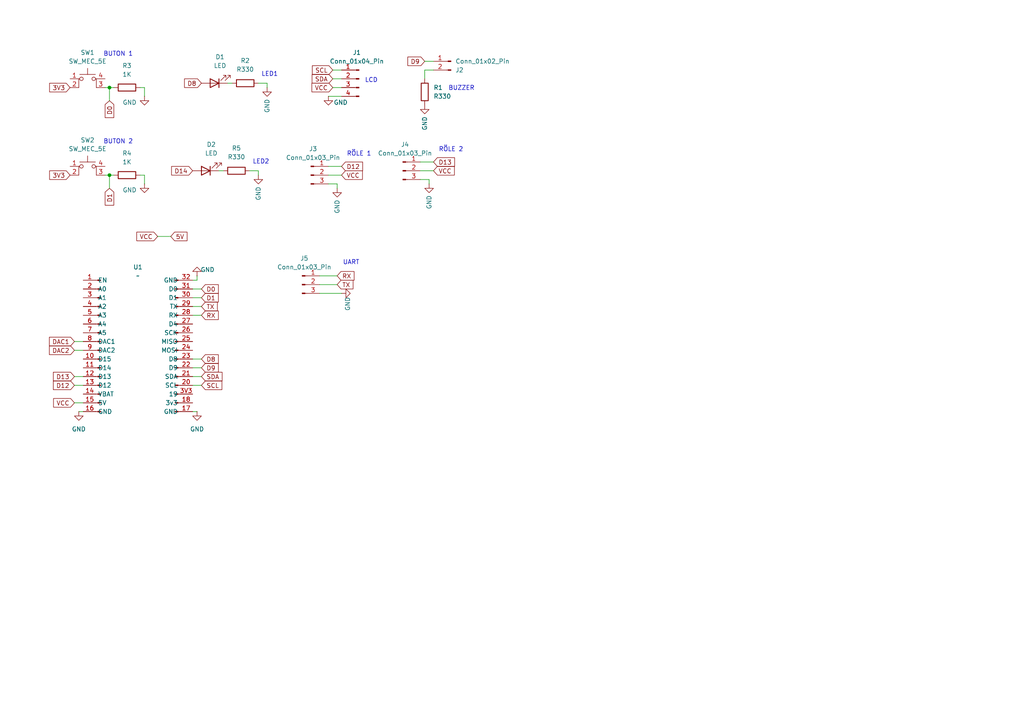
<source format=kicad_sch>
(kicad_sch (version 20231120) (generator "eeschema") (generator_version "8.0")
  (paper "A4")
  (lib_symbols
    (symbol "Connector:Conn_01x02_Pin" (pin_names (offset 1.016) hide)
      (property "Reference" "J" (at 0 2.54 0))
      (property "Value" "Conn_01x02_Pin" (at 0 -5.08 0))
      (symbol "Conn_01x02_Pin_1_1"
        (polyline (pts (xy 1.27 -2.54) (xy 0.8636 -2.54)) (stroke (width 0.1524)))
        (polyline (pts (xy 1.27 0) (xy 0.8636 0)) (stroke (width 0.1524)))
        (rectangle (start 0.8636 -2.413) (end 0 -2.667) (stroke (width 0.1524)) (fill (type outline)))
        (rectangle (start 0.8636 0.127) (end 0 -0.127) (stroke (width 0.1524)) (fill (type outline)))
        (pin passive line (at 5.08 0 180) (length 3.81) (name "Pin_1") (number "1"))
        (pin passive line (at 5.08 -2.54 180) (length 3.81) (name "Pin_2") (number "2"))
      )
    )
    (symbol "Connector:Conn_01x03_Pin" (pin_names (offset 1.016) hide)
      (property "Reference" "J" (at 0 5.08 0))
      (property "Value" "Conn_01x03_Pin" (at 0 -5.08 0))
      (symbol "Conn_01x03_Pin_1_1"
        (polyline (pts (xy 1.27 -2.54) (xy 0.8636 -2.54)) (stroke (width 0.1524)))
        (polyline (pts (xy 1.27 0) (xy 0.8636 0)) (stroke (width 0.1524)))
        (polyline (pts (xy 1.27 2.54) (xy 0.8636 2.54)) (stroke (width 0.1524)))
        (rectangle (start 0.8636 -2.413) (end 0 -2.667) (stroke (width 0.1524)) (fill (type outline)))
        (rectangle (start 0.8636 0.127) (end 0 -0.127) (stroke (width 0.1524)) (fill (type outline)))
        (rectangle (start 0.8636 2.667) (end 0 2.413) (stroke (width 0.1524)) (fill (type outline)))
        (pin passive line (at 5.08 2.54 180) (length 3.81) (name "Pin_1") (number "1"))
        (pin passive line (at 5.08 0 180) (length 3.81) (name "Pin_2") (number "2"))
        (pin passive line (at 5.08 -2.54 180) (length 3.81) (name "Pin_3") (number "3"))
      )
    )
    (symbol "Connector:Conn_01x04_Pin" (pin_names (offset 1.016) hide)
      (property "Reference" "J" (at 0 5.08 0))
      (property "Value" "Conn_01x04_Pin" (at 0 -7.62 0))
      (symbol "Conn_01x04_Pin_1_1"
        (polyline (pts (xy 1.27 -5.08) (xy 0.8636 -5.08)) (stroke (width 0.1524)))
        (polyline (pts (xy 1.27 -2.54) (xy 0.8636 -2.54)) (stroke (width 0.1524)))
        (polyline (pts (xy 1.27 0) (xy 0.8636 0)) (stroke (width 0.1524)))
        (polyline (pts (xy 1.27 2.54) (xy 0.8636 2.54)) (stroke (width 0.1524)))
        (rectangle (start 0.8636 -4.953) (end 0 -5.207) (stroke (width 0.1524)) (fill (type outline)))
        (rectangle (start 0.8636 -2.413) (end 0 -2.667) (stroke (width 0.1524)) (fill (type outline)))
        (rectangle (start 0.8636 0.127) (end 0 -0.127) (stroke (width 0.1524)) (fill (type outline)))
        (rectangle (start 0.8636 2.667) (end 0 2.413) (stroke (width 0.1524)) (fill (type outline)))
        (pin passive line (at 5.08 2.54 180) (length 3.81) (name "Pin_1") (number "1"))
        (pin passive line (at 5.08 0 180) (length 3.81) (name "Pin_2") (number "2"))
        (pin passive line (at 5.08 -2.54 180) (length 3.81) (name "Pin_3") (number "3"))
        (pin passive line (at 5.08 -5.08 180) (length 3.81) (name "Pin_4") (number "4"))
      )
    )
    (symbol "Device:LED" (pin_numbers hide) (pin_names (offset 1.016) hide)
      (property "Reference" "D" (at 0 2.54 0))
      (property "Value" "LED" (at 0 -2.54 0))
      (symbol "LED_0_1"
        (polyline (pts (xy -1.27 -1.27) (xy -1.27 1.27)) (stroke (width 0.254)))
        (polyline (pts (xy -1.27 0) (xy 1.27 0)))
        (polyline (pts (xy 1.27 -1.27) (xy 1.27 1.27) (xy -1.27 0) (xy 1.27 -1.27)) (stroke (width 0.254)))
        (polyline (pts (xy -3.048 -0.762) (xy -4.572 -2.286) (xy -3.81 -2.286) (xy -4.572 -2.286) (xy -4.572 -1.524)))
        (polyline (pts (xy -1.778 -0.762) (xy -3.302 -2.286) (xy -2.54 -2.286) (xy -3.302 -2.286) (xy -3.302 -1.524)))
      )
      (symbol "LED_1_1"
        (pin passive line (at -3.81 0 0) (length 2.54) (name "K") (number "1"))
        (pin passive line (at 3.81 0 180) (length 2.54) (name "A") (number "2"))
      )
    )
    (symbol "Device:R" (pin_numbers hide) (pin_names (offset 0))
      (property "Reference" "R" (at 2.032 0 90))
      (property "Value" "R" (at 0 0 90))
      (symbol "R_0_1"
        (rectangle (start -1.016 -2.54) (end 1.016 2.54) (stroke (width 0.254)))
      )
      (symbol "R_1_1"
        (pin passive line (at 0 3.81 270) (length 1.27) (name "~") (number "1"))
        (pin passive line (at 0 -3.81 90) (length 1.27) (name "~") (number "2"))
      )
    )
    (symbol "Switch:SW_MEC_5E" (pin_names (offset 1.016) hide)
      (property "Reference" "SW" (at 0.635 5.715 0))
      (property "Value" "SW_MEC_5E" (at 0 -3.175 0))
      (symbol "SW_MEC_5E_0_1"
        (circle (center -1.778 2.54) (radius 0.508))
        (polyline (pts (xy -2.286 3.81) (xy 2.286 3.81)))
        (polyline (pts (xy 0 3.81) (xy 0 5.588)))
        (polyline (pts (xy -2.54 0) (xy -2.54 2.54) (xy -2.286 2.54)))
        (polyline (pts (xy 2.54 0) (xy 2.54 2.54) (xy 2.286 2.54)))
        (circle (center 1.778 2.54) (radius 0.508))
        (pin passive line (at -5.08 2.54 0) (length 2.54) (name "1") (number "1"))
        (pin passive line (at -5.08 0 0) (length 2.54) (name "2") (number "2"))
        (pin passive line (at 5.08 0 180) (length 2.54) (name "K") (number "3"))
        (pin passive line (at 5.08 2.54 180) (length 2.54) (name "A") (number "4"))
      )
    )
    (symbol "deneyapkart:Deneyapkart"
      (property "Reference" "U" (at 0 0 0))
      (symbol "Deneyapkart_1_1"
        (rectangle (start -11.0236 -17.653) (end -10.16 -17.907) (stroke (width 0.1524)) (fill (type outline)))
        (rectangle (start -11.0236 -15.113) (end -10.16 -15.367) (stroke (width 0.1524)) (fill (type outline)))
        (rectangle (start -11.0236 -12.573) (end -10.16 -12.827) (stroke (width 0.1524)) (fill (type outline)))
        (rectangle (start -11.0236 -10.033) (end -10.16 -10.287) (stroke (width 0.1524)) (fill (type outline)))
        (rectangle (start -11.0236 -7.493) (end -10.16 -7.747) (stroke (width 0.1524)) (fill (type outline)))
        (rectangle (start -11.0236 -4.953) (end -10.16 -5.207) (stroke (width 0.1524)) (fill (type outline)))
        (rectangle (start -11.0236 -2.413) (end -10.16 -2.667) (stroke (width 0.1524)) (fill (type outline)))
        (rectangle (start -11.0236 0.127) (end -10.16 -0.127) (stroke (width 0.1524)) (fill (type outline)))
        (rectangle (start -11.0236 2.667) (end -10.16 2.413) (stroke (width 0.1524)) (fill (type outline)))
        (rectangle (start -11.0236 5.207) (end -10.16 4.953) (stroke (width 0.1524)) (fill (type outline)))
        (rectangle (start -11.0236 7.747) (end -10.16 7.493) (stroke (width 0.1524)) (fill (type outline)))
        (rectangle (start -11.0236 10.287) (end -10.16 10.033) (stroke (width 0.1524)) (fill (type outline)))
        (rectangle (start -11.0236 12.827) (end -10.16 12.573) (stroke (width 0.1524)) (fill (type outline)))
        (rectangle (start -11.0236 15.367) (end -10.16 15.113) (stroke (width 0.1524)) (fill (type outline)))
        (rectangle (start -11.0236 17.907) (end -10.16 17.653) (stroke (width 0.1524)) (fill (type outline)))
        (rectangle (start -11.0236 20.447) (end -10.16 20.193) (stroke (width 0.1524)) (fill (type outline)))
        (polyline (pts (xy -11.43 -17.78) (xy -11.0236 -17.78)) (stroke (width 0.1524)))
        (polyline (pts (xy -11.43 -15.24) (xy -11.0236 -15.24)) (stroke (width 0.1524)))
        (polyline (pts (xy -11.43 -12.7) (xy -11.0236 -12.7)) (stroke (width 0.1524)))
        (polyline (pts (xy -11.43 -10.16) (xy -11.0236 -10.16)) (stroke (width 0.1524)))
        (polyline (pts (xy -11.43 -7.62) (xy -11.0236 -7.62)) (stroke (width 0.1524)))
        (polyline (pts (xy -11.43 -5.08) (xy -11.0236 -5.08)) (stroke (width 0.1524)))
        (polyline (pts (xy -11.43 -2.54) (xy -11.0236 -2.54)) (stroke (width 0.1524)))
        (polyline (pts (xy -11.43 0) (xy -11.0236 0)) (stroke (width 0.1524)))
        (polyline (pts (xy -11.43 2.54) (xy -11.0236 2.54)) (stroke (width 0.1524)))
        (polyline (pts (xy -11.43 5.08) (xy -11.0236 5.08)) (stroke (width 0.1524)))
        (polyline (pts (xy -11.43 7.62) (xy -11.0236 7.62)) (stroke (width 0.1524)))
        (polyline (pts (xy -11.43 10.16) (xy -11.0236 10.16)) (stroke (width 0.1524)))
        (polyline (pts (xy -11.43 12.7) (xy -11.0236 12.7)) (stroke (width 0.1524)))
        (polyline (pts (xy -11.43 15.24) (xy -11.0236 15.24)) (stroke (width 0.1524)))
        (polyline (pts (xy -11.43 17.78) (xy -11.0236 17.78)) (stroke (width 0.1524)))
        (polyline (pts (xy -11.43 20.32) (xy -11.0236 20.32)) (stroke (width 0.1524)))
        (polyline (pts (xy 12.7 -17.78) (xy 12.2936 -17.78)) (stroke (width 0.1524)))
        (polyline (pts (xy 12.7 -15.24) (xy 12.2936 -15.24)) (stroke (width 0.1524)))
        (polyline (pts (xy 12.7 -12.7) (xy 12.2936 -12.7)) (stroke (width 0.1524)))
        (polyline (pts (xy 12.7 -10.16) (xy 12.2936 -10.16)) (stroke (width 0.1524)))
        (polyline (pts (xy 12.7 -7.62) (xy 12.2936 -7.62)) (stroke (width 0.1524)))
        (polyline (pts (xy 12.7 -5.08) (xy 12.2936 -5.08)) (stroke (width 0.1524)))
        (polyline (pts (xy 12.7 -2.54) (xy 12.2936 -2.54)) (stroke (width 0.1524)))
        (polyline (pts (xy 12.7 0) (xy 12.2936 0)) (stroke (width 0.1524)))
        (polyline (pts (xy 12.7 2.54) (xy 12.2936 2.54)) (stroke (width 0.1524)))
        (polyline (pts (xy 12.7 5.08) (xy 12.2936 5.08)) (stroke (width 0.1524)))
        (polyline (pts (xy 12.7 7.62) (xy 12.2936 7.62)) (stroke (width 0.1524)))
        (polyline (pts (xy 12.7 10.16) (xy 12.2936 10.16)) (stroke (width 0.1524)))
        (polyline (pts (xy 12.7 12.7) (xy 12.2936 12.7)) (stroke (width 0.1524)))
        (polyline (pts (xy 12.7 15.24) (xy 12.2936 15.24)) (stroke (width 0.1524)))
        (polyline (pts (xy 12.7 17.78) (xy 12.2936 17.78)) (stroke (width 0.1524)))
        (polyline (pts (xy 12.7 20.32) (xy 12.2936 20.32)) (stroke (width 0.1524)))
        (rectangle (start 12.2936 -17.653) (end 11.43 -17.907) (stroke (width 0.1524)) (fill (type outline)))
        (rectangle (start 12.2936 -15.113) (end 11.43 -15.367) (stroke (width 0.1524)) (fill (type outline)))
        (rectangle (start 12.2936 -12.573) (end 11.43 -12.827) (stroke (width 0.1524)) (fill (type outline)))
        (rectangle (start 12.2936 -10.033) (end 11.43 -10.287) (stroke (width 0.1524)) (fill (type outline)))
        (rectangle (start 12.2936 -7.493) (end 11.43 -7.747) (stroke (width 0.1524)) (fill (type outline)))
        (rectangle (start 12.2936 -4.953) (end 11.43 -5.207) (stroke (width 0.1524)) (fill (type outline)))
        (rectangle (start 12.2936 -2.413) (end 11.43 -2.667) (stroke (width 0.1524)) (fill (type outline)))
        (rectangle (start 12.2936 0.127) (end 11.43 -0.127) (stroke (width 0.1524)) (fill (type outline)))
        (rectangle (start 12.2936 2.667) (end 11.43 2.413) (stroke (width 0.1524)) (fill (type outline)))
        (rectangle (start 12.2936 5.207) (end 11.43 4.953) (stroke (width 0.1524)) (fill (type outline)))
        (rectangle (start 12.2936 7.747) (end 11.43 7.493) (stroke (width 0.1524)) (fill (type outline)))
        (rectangle (start 12.2936 10.287) (end 11.43 10.033) (stroke (width 0.1524)) (fill (type outline)))
        (rectangle (start 12.2936 12.827) (end 11.43 12.573) (stroke (width 0.1524)) (fill (type outline)))
        (rectangle (start 12.2936 15.367) (end 11.43 15.113) (stroke (width 0.1524)) (fill (type outline)))
        (rectangle (start 12.2936 17.907) (end 11.43 17.653) (stroke (width 0.1524)) (fill (type outline)))
        (rectangle (start 12.2936 20.447) (end 11.43 20.193) (stroke (width 0.1524)) (fill (type outline)))
        (pin passive line (at -15.24 20.32 0) (length 3.81) (name "EN") (number "1"))
        (pin passive line (at -15.24 -2.54 0) (length 3.81) (name "D15") (number "10"))
        (pin passive line (at -15.24 -5.08 0) (length 3.81) (name "D14") (number "11"))
        (pin passive line (at -15.24 -7.62 0) (length 3.81) (name "D13") (number "12"))
        (pin passive line (at -15.24 -10.16 0) (length 3.81) (name "D12") (number "13"))
        (pin passive line (at -15.24 -12.7 0) (length 3.81) (name "VBAT") (number "14"))
        (pin passive line (at -15.24 -15.24 0) (length 3.81) (name "5V") (number "15"))
        (pin passive line (at -15.24 -17.78 0) (length 3.81) (name "GND") (number "16"))
        (pin passive line (at 16.51 -17.78 180) (length 3.81) (name "GND") (number "17"))
        (pin passive line (at 16.51 -15.24 180) (length 3.81) (name "3v3") (number "18"))
        (pin passive line (at -15.24 17.78 0) (length 3.81) (name "A0") (number "2"))
        (pin passive line (at 16.51 -10.16 180) (length 3.81) (name "SCL") (number "20"))
        (pin passive line (at 16.51 -7.62 180) (length 3.81) (name "SDA") (number "21"))
        (pin passive line (at 16.51 -5.08 180) (length 3.81) (name "D9") (number "22"))
        (pin passive line (at 16.51 -2.54 180) (length 3.81) (name "D8") (number "23"))
        (pin passive line (at 16.51 0 180) (length 3.81) (name "MOSI") (number "24"))
        (pin passive line (at 16.51 2.54 180) (length 3.81) (name "MISO") (number "25"))
        (pin passive line (at 16.51 5.08 180) (length 3.81) (name "SCK") (number "26"))
        (pin passive line (at 16.51 7.62 180) (length 3.81) (name "D4") (number "27"))
        (pin passive line (at 16.51 10.16 180) (length 3.81) (name "RX") (number "28"))
        (pin passive line (at 16.51 12.7 180) (length 3.81) (name "TX") (number "29"))
        (pin passive line (at -15.24 15.24 0) (length 3.81) (name "A1") (number "3"))
        (pin passive line (at 16.51 15.24 180) (length 3.81) (name "D1") (number "30"))
        (pin passive line (at 16.51 17.78 180) (length 3.81) (name "D0") (number "31"))
        (pin passive line (at 16.51 20.32 180) (length 3.81) (name "GND") (number "32"))
        (pin passive line (at 16.51 -12.7 180) (length 3.81) (name "19") (number "3V3"))
        (pin passive line (at -15.24 12.7 0) (length 3.81) (name "A2") (number "4"))
        (pin passive line (at -15.24 10.16 0) (length 3.81) (name "A3") (number "5"))
        (pin passive line (at -15.24 7.62 0) (length 3.81) (name "A4") (number "6"))
        (pin passive line (at -15.24 5.08 0) (length 3.81) (name "A5") (number "7"))
        (pin passive line (at -15.24 2.54 0) (length 3.81) (name "DAC1") (number "8"))
        (pin passive line (at -15.24 0 0) (length 3.81) (name "DAC2") (number "9"))
      )
    )
    (symbol "power:GND" (power) (pin_numbers hide) (pin_names (offset 0) hide)
      (property "Value" "GND" (at 0 -3.81 0))
      (symbol "GND_0_1"
        (polyline (pts (xy 0 0) (xy 0 -1.27) (xy 1.27 -1.27) (xy 0 -2.54) (xy -1.27 -1.27) (xy 0 -1.27)))
      )
      (symbol "GND_1_1"
        (pin power_in line (at 0 0 270) (length 0) (name "~") (number "1"))
      )
    )
  )
  (junction (at 31.75 25.4))
  (junction (at 31.75 50.8))
  (wire (pts (xy 31.75 50.8) (xy 33.02 50.8)))
  (wire (pts (xy 124.46 52.07) (xy 124.46 53.34)))
  (wire (pts (xy 92.71 80.01) (xy 97.79 80.01)))
  (wire (pts (xy 58.42 91.44) (xy 55.88 91.44)))
  (wire (pts (xy 95.25 50.8) (xy 99.06 50.8)))
  (wire (pts (xy 125.73 20.32) (xy 123.19 20.32)))
  (wire (pts (xy 30.48 50.8) (xy 31.75 50.8)))
  (wire (pts (xy 31.75 29.21) (xy 31.75 25.4)))
  (wire (pts (xy 55.88 106.68) (xy 58.42 106.68)))
  (wire (pts (xy 74.93 24.13) (xy 77.47 24.13)))
  (wire (pts (xy 58.42 86.36) (xy 55.88 86.36)))
  (wire (pts (xy 55.88 81.28) (xy 57.15 81.28)))
  (wire (pts (xy 41.91 50.8) (xy 41.91 53.34)))
  (wire (pts (xy 21.59 109.22) (xy 24.13 109.22)))
  (wire (pts (xy 49.53 68.58) (xy 45.72 68.58)))
  (wire (pts (xy 123.19 17.78) (xy 125.73 17.78)))
  (wire (pts (xy 31.75 25.4) (xy 33.02 25.4)))
  (wire (pts (xy 40.64 50.8) (xy 41.91 50.8)))
  (wire (pts (xy 55.88 88.9) (xy 58.42 88.9)))
  (wire (pts (xy 95.25 48.26) (xy 99.06 48.26)))
  (wire (pts (xy 30.48 25.4) (xy 31.75 25.4)))
  (wire (pts (xy 99.06 25.4) (xy 96.52 25.4)))
  (wire (pts (xy 21.59 116.84) (xy 24.13 116.84)))
  (wire (pts (xy 121.92 46.99) (xy 125.73 46.99)))
  (wire (pts (xy 21.59 101.6) (xy 24.13 101.6)))
  (wire (pts (xy 66.04 24.13) (xy 67.31 24.13)))
  (wire (pts (xy 123.19 20.32) (xy 123.19 22.86)))
  (wire (pts (xy 99.06 20.32) (xy 96.52 20.32)))
  (wire (pts (xy 77.47 24.13) (xy 77.47 25.4)))
  (wire (pts (xy 97.79 53.34) (xy 97.79 54.61)))
  (wire (pts (xy 92.71 85.09) (xy 99.06 85.09)))
  (wire (pts (xy 55.88 104.14) (xy 58.42 104.14)))
  (wire (pts (xy 63.5 49.53) (xy 64.77 49.53)))
  (wire (pts (xy 92.71 82.55) (xy 97.79 82.55)))
  (wire (pts (xy 57.15 119.38) (xy 55.88 119.38)))
  (wire (pts (xy 58.42 111.76) (xy 55.88 111.76)))
  (wire (pts (xy 55.88 109.22) (xy 58.42 109.22)))
  (wire (pts (xy 55.88 83.82) (xy 58.42 83.82)))
  (wire (pts (xy 74.93 49.53) (xy 74.93 50.8)))
  (wire (pts (xy 99.06 22.86) (xy 96.52 22.86)))
  (wire (pts (xy 31.75 54.61) (xy 31.75 50.8)))
  (wire (pts (xy 21.59 99.06) (xy 24.13 99.06)))
  (wire (pts (xy 41.91 25.4) (xy 41.91 27.94)))
  (wire (pts (xy 121.92 52.07) (xy 124.46 52.07)))
  (wire (pts (xy 95.25 53.34) (xy 97.79 53.34)))
  (wire (pts (xy 57.15 80.01) (xy 57.15 81.28)))
  (wire (pts (xy 40.64 25.4) (xy 41.91 25.4)))
  (wire (pts (xy 99.06 27.94) (xy 95.25 27.94)))
  (wire (pts (xy 22.86 119.38) (xy 24.13 119.38)))
  (wire (pts (xy 121.92 49.53) (xy 125.73 49.53)))
  (wire (pts (xy 21.59 111.76) (xy 24.13 111.76)))
  (wire (pts (xy 72.39 49.53) (xy 74.93 49.53)))
  (text "LED1\n" (at 78.232 21.59 0) (effects (font (size 1.27 1.27))))
  (text "UART" (at 101.854 76.2 0) (effects (font (size 1.27 1.27))))
  (text "LCD" (at 107.696 23.368 0) (effects (font (size 1.27 1.27))))
  (text "BUTON 2" (at 34.29 41.148 0) (effects (font (size 1.27 1.27))))
  (text "RÖLE 2" (at 130.81 43.434 0) (effects (font (size 1.27 1.27))))
  (text "RÖLE 1" (at 104.14 44.704 0) (effects (font (size 1.27 1.27))))
  (text "BUZZER\n" (at 133.858 25.654 0) (effects (font (size 1.27 1.27))))
  (text "LED2\n" (at 75.692 46.99 0) (effects (font (size 1.27 1.27))))
  (text "BUTON 1" (at 34.29 15.748 0) (effects (font (size 1.27 1.27))))
  (global_label "VCC" (shape input) (at 45.72 68.58 180) (property "Intersheetrefs" "${INTERSHEET_REFS}" (effects (hide yes))))
  (global_label "VCC" (shape input) (at 21.59 116.84 180) (property "Intersheetrefs" "${INTERSHEET_REFS}" (effects (hide yes))))
  (global_label "VCC" (shape input) (at 125.73 49.53 0) (property "Intersheetrefs" "${INTERSHEET_REFS}" (effects (hide yes))))
  (global_label "D0" (shape input) (at 31.75 29.21 270) (property "Intersheetrefs" "${INTERSHEET_REFS}" (effects (hide yes))))
  (global_label "3V3" (shape input) (at 20.32 50.8 180) (property "Intersheetrefs" "${INTERSHEET_REFS}" (effects (hide yes))))
  (global_label "D12" (shape input) (at 99.06 48.26 0) (property "Intersheetrefs" "${INTERSHEET_REFS}" (effects (hide yes))))
  (global_label "D1" (shape input) (at 31.75 54.61 270) (property "Intersheetrefs" "${INTERSHEET_REFS}" (effects (hide yes))))
  (global_label "DAC2" (shape input) (at 21.59 101.6 180) (property "Intersheetrefs" "${INTERSHEET_REFS}" (effects (hide yes))))
  (global_label "RX" (shape input) (at 97.79 80.01 0) (property "Intersheetrefs" "${INTERSHEET_REFS}" (effects (hide yes))))
  (global_label "SDA" (shape input) (at 58.42 109.22 0) (property "Intersheetrefs" "${INTERSHEET_REFS}" (effects (hide yes))))
  (global_label "D12" (shape input) (at 21.59 111.76 180) (property "Intersheetrefs" "${INTERSHEET_REFS}" (effects (hide yes))))
  (global_label "D1" (shape input) (at 58.42 86.36 0) (property "Intersheetrefs" "${INTERSHEET_REFS}" (effects (hide yes))))
  (global_label "D9" (shape input) (at 123.19 17.78 180) (property "Intersheetrefs" "${INTERSHEET_REFS}" (effects (hide yes))))
  (global_label "SCL" (shape input) (at 58.42 111.76 0) (property "Intersheetrefs" "${INTERSHEET_REFS}" (effects (hide yes))))
  (global_label "RX" (shape input) (at 58.42 91.44 0) (property "Intersheetrefs" "${INTERSHEET_REFS}" (effects (hide yes))))
  (global_label "D8" (shape input) (at 58.42 104.14 0) (property "Intersheetrefs" "${INTERSHEET_REFS}" (effects (hide yes))))
  (global_label "D13" (shape input) (at 125.73 46.99 0) (property "Intersheetrefs" "${INTERSHEET_REFS}" (effects (hide yes))))
  (global_label "3V3" (shape input) (at 20.32 25.4 180) (property "Intersheetrefs" "${INTERSHEET_REFS}" (effects (hide yes))))
  (global_label "SCL" (shape input) (at 96.52 20.32 180) (property "Intersheetrefs" "${INTERSHEET_REFS}" (effects (hide yes))))
  (global_label "SDA" (shape input) (at 96.52 22.86 180) (property "Intersheetrefs" "${INTERSHEET_REFS}" (effects (hide yes))))
  (global_label "DAC1" (shape input) (at 21.59 99.06 180) (property "Intersheetrefs" "${INTERSHEET_REFS}" (effects (hide yes))))
  (global_label "D14" (shape input) (at 55.88 49.53 180) (property "Intersheetrefs" "${INTERSHEET_REFS}" (effects (hide yes))))
  (global_label "VCC" (shape input) (at 99.06 50.8 0) (property "Intersheetrefs" "${INTERSHEET_REFS}" (effects (hide yes))))
  (global_label "TX" (shape input) (at 97.79 82.55 0) (property "Intersheetrefs" "${INTERSHEET_REFS}" (effects (hide yes))))
  (global_label "D9" (shape input) (at 58.42 106.68 0) (property "Intersheetrefs" "${INTERSHEET_REFS}" (effects (hide yes))))
  (global_label "D8" (shape input) (at 58.42 24.13 180) (property "Intersheetrefs" "${INTERSHEET_REFS}" (effects (hide yes))))
  (global_label "D13" (shape input) (at 21.59 109.22 180) (property "Intersheetrefs" "${INTERSHEET_REFS}" (effects (hide yes))))
  (global_label "D0" (shape input) (at 58.42 83.82 0) (property "Intersheetrefs" "${INTERSHEET_REFS}" (effects (hide yes))))
  (global_label "5V" (shape input) (at 49.53 68.58 0) (property "Intersheetrefs" "${INTERSHEET_REFS}" (effects (hide yes))))
  (global_label "TX" (shape input) (at 58.42 88.9 0) (property "Intersheetrefs" "${INTERSHEET_REFS}" (effects (hide yes))))
  (global_label "VCC" (shape input) (at 96.52 25.4 180) (property "Intersheetrefs" "${INTERSHEET_REFS}" (effects (hide yes))))
  (symbol (lib_id "Switch:SW_MEC_5E") (at 25.4 25.4 0) (unit 1)
    (property "Reference" "SW1" (at 25.4 15.24 0))
    (property "Value" "SW_MEC_5E" (at 25.4 17.78 0))
    (property "Footprint" "Button_Switch_THT:SW_Tactile_Straight_KSA0Axx1LFTR" (effects (hide yes)))
    (property "Datasheet" "http://www.apem.com/int/index.php?controller=attachment&id_attachment=1371" (effects (hide yes)))
    (property "Description" "MEC 5E single pole normally-open tactile switch" (effects (hide yes)))
  )
  (symbol (lib_id "Device:LED") (at 62.23 24.13 180) (unit 1)
    (property "Reference" "D1" (at 63.8175 16.51 0))
    (property "Value" "LED" (at 63.8175 19.05 0))
    (property "Footprint" "LED_THT:LED_D3.0mm" (effects (hide yes)))
    (property "Description" "Light emitting diode" (effects (hide yes)))
  )
  (symbol (lib_id "power:GND") (at 41.91 53.34 0) (unit 1)
    (property "Reference" "#PWR08" (effects (hide yes)))
    (property "Value" "GND" (at 37.592 55.118 0))
    (property "Description" "Power symbol creates a global label with name \"GND\" , ground" (effects (hide yes)))
  )
  (symbol (lib_id "deneyapkart:Deneyapkart") (at 39.37 101.6 0) (unit 1)
    (property "Reference" "U1" (at 40.005 77.47 0))
    (property "Value" "~" (at 40.005 80.01 0))
    (property "Footprint" "deneyapkart:deneyapkart" (effects (hide yes)))
  )
  (symbol (lib_id "Connector:Conn_01x03_Pin") (at 116.84 49.53 0) (unit 1)
    (property "Reference" "J4" (at 117.475 41.91 0))
    (property "Value" "Conn_01x03_Pin" (at 117.475 44.45 0))
    (property "Footprint" "TerminalBlock_4Ucon:TerminalBlock_4Ucon_1x03_P3.50mm_Horizontal" (effects (hide yes)))
    (property "Description" "Generic connector, single row, 01x03, script generated" (effects (hide yes)))
  )
  (symbol (lib_id "Connector:Conn_01x03_Pin") (at 87.63 82.55 0) (unit 1)
    (property "Reference" "J5" (at 88.265 74.93 0))
    (property "Value" "Conn_01x03_Pin" (at 88.265 77.47 0))
    (property "Footprint" "TerminalBlock_4Ucon:TerminalBlock_4Ucon_1x03_P3.50mm_Horizontal" (effects (hide yes)))
    (property "Description" "Generic connector, single row, 01x03, script generated" (effects (hide yes)))
  )
  (symbol (lib_id "power:GND") (at 99.06 85.09 90) (unit 1)
    (property "Reference" "#PWR011" (effects (hide yes)))
    (property "Value" "GND" (at 100.838 88.138 0))
    (property "Description" "Power symbol creates a global label with name \"GND\" , ground" (effects (hide yes)))
  )
  (symbol (lib_id "power:GND") (at 123.19 30.48 0) (unit 1)
    (property "Reference" "#PWR05" (effects (hide yes)))
    (property "Value" "GND" (at 123.19 35.814 90))
    (property "Description" "Power symbol creates a global label with name \"GND\" , ground" (effects (hide yes)))
  )
  (symbol (lib_id "Device:R") (at 36.83 25.4 90) (unit 1)
    (property "Reference" "R3" (at 36.83 19.05 90))
    (property "Value" "1K" (at 36.83 21.59 90))
    (property "Footprint" "Resistor_THT:R_Axial_DIN0204_L3.6mm_D1.6mm_P5.08mm_Horizontal" (effects (hide yes)))
    (property "Description" "Resistor" (effects (hide yes)))
  )
  (symbol (lib_id "Connector:Conn_01x02_Pin") (at 130.81 17.78 0) (mirror y) (unit 1)
    (property "Reference" "J2" (at 132.08 20.3201 0) (effects (justify right)))
    (property "Value" "Conn_01x02_Pin" (at 132.08 17.7801 0) (effects (justify right)))
    (property "Footprint" "TerminalBlock_4Ucon:TerminalBlock_4Ucon_1x02_P3.50mm_Horizontal" (effects (hide yes)))
    (property "Description" "Generic connector, single row, 01x02, script generated" (effects (hide yes)))
  )
  (symbol (lib_id "power:GND") (at 41.91 27.94 0) (unit 1)
    (property "Reference" "#PWR07" (effects (hide yes)))
    (property "Value" "GND" (at 37.592 29.718 0))
    (property "Description" "Power symbol creates a global label with name \"GND\" , ground" (effects (hide yes)))
  )
  (symbol (lib_id "power:GND") (at 74.93 50.8 0) (unit 1)
    (property "Reference" "#PWR012" (effects (hide yes)))
    (property "Value" "GND" (at 74.93 56.134 90))
    (property "Description" "Power symbol creates a global label with name \"GND\" , ground" (effects (hide yes)))
  )
  (symbol (lib_id "Device:LED") (at 59.69 49.53 180) (unit 1)
    (property "Reference" "D2" (at 61.2775 41.91 0))
    (property "Value" "LED" (at 61.2775 44.45 0))
    (property "Footprint" "LED_THT:LED_D3.0mm" (effects (hide yes)))
    (property "Description" "Light emitting diode" (effects (hide yes)))
  )
  (symbol (lib_id "Device:R") (at 71.12 24.13 90) (unit 1)
    (property "Reference" "R2" (at 71.12 17.5872 90))
    (property "Value" "R330" (at 71.12 20.1272 90))
    (property "Footprint" "Resistor_THT:R_Axial_DIN0204_L3.6mm_D1.6mm_P5.08mm_Horizontal" (effects (hide yes)))
    (property "Description" "Resistor" (effects (hide yes)))
  )
  (symbol (lib_id "power:GND") (at 95.25 27.94 0) (unit 1)
    (property "Reference" "#PWR01" (effects (hide yes)))
    (property "Value" "GND" (at 98.806 29.718 0))
    (property "Description" "Power symbol creates a global label with name \"GND\" , ground" (effects (hide yes)))
  )
  (symbol (lib_id "power:GND") (at 77.47 25.4 0) (unit 1)
    (property "Reference" "#PWR06" (effects (hide yes)))
    (property "Value" "GND" (at 77.47 30.734 90))
    (property "Description" "Power symbol creates a global label with name \"GND\" , ground" (effects (hide yes)))
  )
  (symbol (lib_id "power:GND") (at 124.46 53.34 0) (unit 1)
    (property "Reference" "#PWR09" (effects (hide yes)))
    (property "Value" "GND" (at 124.46 58.674 90))
    (property "Description" "Power symbol creates a global label with name \"GND\" , ground" (effects (hide yes)))
  )
  (symbol (lib_id "Device:R") (at 68.58 49.53 90) (unit 1)
    (property "Reference" "R5" (at 68.58 42.9872 90))
    (property "Value" "R330" (at 68.58 45.5272 90))
    (property "Footprint" "Resistor_THT:R_Axial_DIN0204_L3.6mm_D1.6mm_P5.08mm_Horizontal" (effects (hide yes)))
    (property "Description" "Resistor" (effects (hide yes)))
  )
  (symbol (lib_id "Connector:Conn_01x03_Pin") (at 90.17 50.8 0) (unit 1)
    (property "Reference" "J3" (at 90.805 43.18 0))
    (property "Value" "Conn_01x03_Pin" (at 90.805 45.72 0))
    (property "Footprint" "TerminalBlock_4Ucon:TerminalBlock_4Ucon_1x03_P3.50mm_Horizontal" (effects (hide yes)))
    (property "Description" "Generic connector, single row, 01x03, script generated" (effects (hide yes)))
  )
  (symbol (lib_id "Device:R") (at 123.19 26.67 0) (unit 1)
    (property "Reference" "R1" (at 125.73 25.3999 0) (effects (justify left)))
    (property "Value" "R330" (at 125.73 27.9399 0) (effects (justify left)))
    (property "Footprint" "Resistor_THT:R_Axial_DIN0204_L3.6mm_D1.6mm_P5.08mm_Horizontal" (effects (hide yes)))
    (property "Description" "Resistor" (effects (hide yes)))
  )
  (symbol (lib_id "power:GND") (at 57.15 119.38 0) (unit 1)
    (property "Reference" "#PWR02" (effects (hide yes)))
    (property "Value" "GND" (at 57.15 124.46 0))
    (property "Description" "Power symbol creates a global label with name \"GND\" , ground" (effects (hide yes)))
  )
  (symbol (lib_id "power:GND") (at 57.15 80.01 180) (unit 1)
    (property "Reference" "#PWR04" (effects (hide yes)))
    (property "Value" "GND" (at 60.198 78.232 0))
    (property "Description" "Power symbol creates a global label with name \"GND\" , ground" (effects (hide yes)))
  )
  (symbol (lib_id "power:GND") (at 22.86 119.38 0) (unit 1)
    (property "Reference" "#PWR03" (effects (hide yes)))
    (property "Value" "GND" (at 22.86 124.46 0))
    (property "Description" "Power symbol creates a global label with name \"GND\" , ground" (effects (hide yes)))
  )
  (symbol (lib_id "Device:R") (at 36.83 50.8 90) (unit 1)
    (property "Reference" "R4" (at 36.83 44.45 90))
    (property "Value" "1K" (at 36.83 46.99 90))
    (property "Footprint" "Resistor_THT:R_Axial_DIN0204_L3.6mm_D1.6mm_P5.08mm_Horizontal" (effects (hide yes)))
    (property "Description" "Resistor" (effects (hide yes)))
  )
  (symbol (lib_id "Connector:Conn_01x04_Pin") (at 104.14 22.86 0) (mirror y) (unit 1)
    (property "Reference" "J1" (at 103.505 15.24 0))
    (property "Value" "Conn_01x04_Pin" (at 103.505 17.78 0))
    (property "Footprint" "TerminalBlock_4Ucon:TerminalBlock_4Ucon_1x04_P3.50mm_Horizontal" (effects (hide yes)))
    (property "Description" "Generic connector, single row, 01x04, script generated" (effects (hide yes)))
  )
  (symbol (lib_id "Switch:SW_MEC_5E") (at 25.4 50.8 0) (unit 1)
    (property "Reference" "SW2" (at 25.4 40.64 0))
    (property "Value" "SW_MEC_5E" (at 25.4 43.18 0))
    (property "Footprint" "Button_Switch_THT:SW_Tactile_Straight_KSA0Axx1LFTR" (effects (hide yes)))
    (property "Datasheet" "http://www.apem.com/int/index.php?controller=attachment&id_attachment=1371" (effects (hide yes)))
    (property "Description" "MEC 5E single pole normally-open tactile switch" (effects (hide yes)))
  )
  (symbol (lib_id "power:GND") (at 97.79 54.61 0) (unit 1)
    (property "Reference" "#PWR010" (effects (hide yes)))
    (property "Value" "GND" (at 97.79 59.944 90))
    (property "Description" "Power symbol creates a global label with name \"GND\" , ground" (effects (hide yes)))
  )
)
</source>
